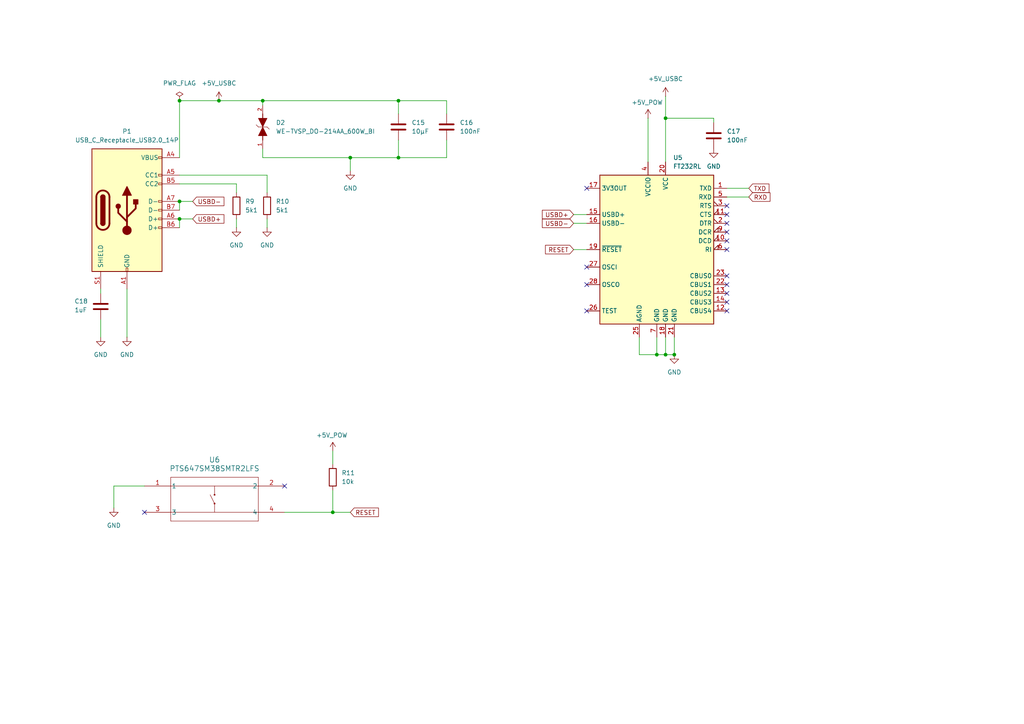
<source format=kicad_sch>
(kicad_sch (version 20231120) (generator "eeschema") (generator_version "8.0")
  (paper "A4")
  (lib_symbols
    (symbol "Connector:USB_C_Receptacle_USB2.0_14P" (pin_names (offset 1.016))
      (property "Reference" "J" (at 0 22.225 0))
      (property "Value" "USB_C_Receptacle_USB2.0_14P" (at 0 19.685 0))
      (symbol "USB_C_Receptacle_USB2.0_14P_0_0"
        (rectangle (start -0.254 -17.78) (end 0.254 -16.764))
        (rectangle (start 10.16 -4.826) (end 9.144 -5.334))
        (rectangle (start 10.16 -2.286) (end 9.144 -2.794))
        (rectangle (start 10.16 0.254) (end 9.144 -0.254))
        (rectangle (start 10.16 2.794) (end 9.144 2.286))
        (rectangle (start 10.16 7.874) (end 9.144 7.366))
        (rectangle (start 10.16 10.414) (end 9.144 9.906))
        (rectangle (start 10.16 15.494) (end 9.144 14.986))
      )
      (symbol "USB_C_Receptacle_USB2.0_14P_0_1"
        (rectangle (start -10.16 17.78) (end 10.16 -17.78) (stroke (width 0.254)) (fill (type background)))
        (arc (start -8.89 -3.81) (mid -6.985 -5.7067) (end -5.08 -3.81) (stroke (width 0.508)))
        (arc (start -7.62 -3.81) (mid -6.985 -4.4423) (end -6.35 -3.81) (stroke (width 0.254)))
        (arc (start -7.62 -3.81) (mid -6.985 -4.4423) (end -6.35 -3.81) (stroke (width 0.254)) (fill (type outline)))
        (rectangle (start -7.62 -3.81) (end -6.35 3.81) (stroke (width 0.254)) (fill (type outline)))
        (arc (start -6.35 3.81) (mid -6.985 4.4423) (end -7.62 3.81) (stroke (width 0.254)))
        (arc (start -6.35 3.81) (mid -6.985 4.4423) (end -7.62 3.81) (stroke (width 0.254)) (fill (type outline)))
        (arc (start -5.08 3.81) (mid -6.985 5.7067) (end -8.89 3.81) (stroke (width 0.508)))
        (circle (center -2.54 1.143) (radius 0.635) (stroke (width 0.254)) (fill (type outline)))
        (circle (center 0 -5.842) (radius 1.27) (fill (type outline)))
        (polyline (pts (xy -8.89 -3.81) (xy -8.89 3.81)) (stroke (width 0.508)))
        (polyline (pts (xy -5.08 3.81) (xy -5.08 -3.81)) (stroke (width 0.508)))
        (polyline (pts (xy 0 -5.842) (xy 0 4.318)) (stroke (width 0.508)))
        (polyline (pts (xy 0 -3.302) (xy -2.54 -0.762) (xy -2.54 0.508)) (stroke (width 0.508)))
        (polyline (pts (xy 0 -2.032) (xy 2.54 0.508) (xy 2.54 1.778)) (stroke (width 0.508)))
        (polyline (pts (xy -1.27 4.318) (xy 0 6.858) (xy 1.27 4.318) (xy -1.27 4.318)) (stroke (width 0.254)) (fill (type outline)))
        (rectangle (start 1.905 1.778) (end 3.175 3.048) (stroke (width 0.254)) (fill (type outline)))
      )
      (symbol "USB_C_Receptacle_USB2.0_14P_1_1"
        (pin passive line (at 0 -22.86 90) (length 5.08) (name "GND") (number "A1"))
        (pin passive line (at 0 -22.86 90) (length 5.08) hide (name "GND") (number "A12"))
        (pin passive line (at 15.24 15.24 180) (length 5.08) (name "VBUS") (number "A4"))
        (pin bidirectional line (at 15.24 10.16 180) (length 5.08) (name "CC1") (number "A5"))
        (pin bidirectional line (at 15.24 -2.54 180) (length 5.08) (name "D+") (number "A6"))
        (pin bidirectional line (at 15.24 2.54 180) (length 5.08) (name "D-") (number "A7"))
        (pin passive line (at 15.24 15.24 180) (length 5.08) hide (name "VBUS") (number "A9"))
        (pin passive line (at 0 -22.86 90) (length 5.08) hide (name "GND") (number "B1"))
        (pin passive line (at 0 -22.86 90) (length 5.08) hide (name "GND") (number "B12"))
        (pin passive line (at 15.24 15.24 180) (length 5.08) hide (name "VBUS") (number "B4"))
        (pin bidirectional line (at 15.24 7.62 180) (length 5.08) (name "CC2") (number "B5"))
        (pin bidirectional line (at 15.24 -5.08 180) (length 5.08) (name "D+") (number "B6"))
        (pin bidirectional line (at 15.24 0 180) (length 5.08) (name "D-") (number "B7"))
        (pin passive line (at 15.24 15.24 180) (length 5.08) hide (name "VBUS") (number "B9"))
        (pin passive line (at -7.62 -22.86 90) (length 5.08) (name "SHIELD") (number "S1"))
      )
    )
    (symbol "Device:C" (pin_numbers hide) (pin_names (offset 0.254))
      (property "Reference" "C" (at 0.635 2.54 0))
      (property "Value" "C" (at 0.635 -2.54 0))
      (symbol "C_0_1"
        (polyline (pts (xy -2.032 -0.762) (xy 2.032 -0.762)) (stroke (width 0.508)))
        (polyline (pts (xy -2.032 0.762) (xy 2.032 0.762)) (stroke (width 0.508)))
      )
      (symbol "C_1_1"
        (pin passive line (at 0 3.81 270) (length 2.794) (name "~") (number "1"))
        (pin passive line (at 0 -3.81 90) (length 2.794) (name "~") (number "2"))
      )
    )
    (symbol "Device:R" (pin_numbers hide) (pin_names (offset 0))
      (property "Reference" "R" (at 2.032 0 90))
      (property "Value" "R" (at 0 0 90))
      (symbol "R_0_1"
        (rectangle (start -1.016 -2.54) (end 1.016 2.54) (stroke (width 0.254)))
      )
      (symbol "R_1_1"
        (pin passive line (at 0 3.81 270) (length 1.27) (name "~") (number "1"))
        (pin passive line (at 0 -3.81 90) (length 1.27) (name "~") (number "2"))
      )
    )
    (symbol "Imported_Component_Symbols:PTS647SM38SMTR2LFS" (pin_names (offset 0.254))
      (property "Reference" "U" (at 20.32 7.62 0))
      (property "Value" "PTS647SM38SMTR2LFS" (at 20.32 5.08 0))
      (symbol "PTS647SM38SMTR2LFS_0_1"
        (polyline (pts (xy 7.62 -10.16) (xy 33.02 -10.16)) (stroke (width 0.127)))
        (polyline (pts (xy 7.62 -7.62) (xy 33.02 -7.62)) (stroke (width 0.127)))
        (polyline (pts (xy 7.62 0) (xy 33.02 0)) (stroke (width 0.127)))
        (polyline (pts (xy 7.62 2.54) (xy 7.62 -10.16)) (stroke (width 0.127)))
        (polyline (pts (xy 20.32 -5.08) (xy 19.05 -2.54)) (stroke (width 0.127)))
        (polyline (pts (xy 20.32 -5.08) (xy 20.32 -7.62)) (stroke (width 0.127)))
        (polyline (pts (xy 20.32 0) (xy 20.32 -2.54)) (stroke (width 0.127)))
        (polyline (pts (xy 33.02 -10.16) (xy 33.02 2.54)) (stroke (width 0.127)))
        (polyline (pts (xy 33.02 2.54) (xy 7.62 2.54)) (stroke (width 0.127)))
        (circle (center 20.32 -5.08) (radius 0.127) (stroke (width 0.254)))
        (circle (center 20.32 -2.54) (radius 0.127) (stroke (width 0.254)))
        (pin unspecified line (at 0 0 0) (length 7.62) (name "1") (number "1"))
        (pin unspecified line (at 40.64 0 180) (length 7.62) (name "2") (number "2"))
        (pin unspecified line (at 0 -7.62 0) (length 7.62) (name "3") (number "3"))
        (pin unspecified line (at 40.64 -7.62 180) (length 7.62) (name "4") (number "4"))
      )
    )
    (symbol "Imported_Component_Symbols:WE-TVSP_DO-214AA_600W_BI" (pin_names (offset 1.016))
      (property "Reference" "D" (at 1.27 2.54 0))
      (property "Value" "WE-TVSP_DO-214AA_600W_BI" (at -2.54 -3.81 0))
      (symbol "WE-TVSP_DO-214AA_600W_BI_0_0"
        (polyline (pts (xy -2.54 0) (xy -1.27 0)) (stroke (width 0.254)))
        (polyline (pts (xy -0.635 0) (xy -1.27 0)) (stroke (width 0.254)))
        (polyline (pts (xy 1.27 -1.27) (xy 0.635 -1.905)) (stroke (width 0.127)))
        (polyline (pts (xy 1.27 1.27) (xy 1.27 -1.27)) (stroke (width 0.127)))
        (polyline (pts (xy 1.905 1.905) (xy 1.27 1.27)) (stroke (width 0.127)))
        (polyline (pts (xy 3.175 0) (xy 3.81 0)) (stroke (width 0.254)))
        (polyline (pts (xy 5.08 0) (xy 3.81 0)) (stroke (width 0.254)))
        (polyline (pts (xy -1.27 1.27) (xy -1.27 -1.27) (xy 1.27 0) (xy -1.27 1.27)) (stroke (width 0.127)) (fill (type outline)))
        (polyline (pts (xy 3.81 -1.27) (xy 3.81 1.27) (xy 1.27 0) (xy 3.81 -1.27)) (stroke (width 0.127)) (fill (type outline)))
        (pin passive line (at -5.08 0 0) (length 2.54) (name "~") (number "1"))
        (pin passive line (at 7.62 0 180) (length 2.54) (name "~") (number "2"))
      )
    )
    (symbol "Interface_USB:FT232RL"
      (property "Reference" "U" (at -16.51 22.86 0))
      (property "Value" "FT232RL" (at 10.16 22.86 0))
      (symbol "FT232RL_0_1"
        (rectangle (start -16.51 21.59) (end 16.51 -21.59) (stroke (width 0.254)) (fill (type background)))
      )
      (symbol "FT232RL_1_1"
        (pin output line (at 20.32 17.78 180) (length 3.81) (name "TXD") (number "1"))
        (pin input input_low (at 20.32 2.54 180) (length 3.81) (name "DCD") (number "10"))
        (pin input input_low (at 20.32 10.16 180) (length 3.81) (name "CTS") (number "11"))
        (pin bidirectional line (at 20.32 -17.78 180) (length 3.81) (name "CBUS4") (number "12"))
        (pin bidirectional line (at 20.32 -12.7 180) (length 3.81) (name "CBUS2") (number "13"))
        (pin bidirectional line (at 20.32 -15.24 180) (length 3.81) (name "CBUS3") (number "14"))
        (pin bidirectional line (at -20.32 10.16 0) (length 3.81) (name "USBD+") (number "15"))
        (pin bidirectional line (at -20.32 7.62 0) (length 3.81) (name "USBD-") (number "16"))
        (pin power_out line (at -20.32 17.78 0) (length 3.81) (name "3V3OUT") (number "17"))
        (pin power_in line (at 2.54 -25.4 90) (length 3.81) (name "GND") (number "18"))
        (pin input line (at -20.32 0 0) (length 3.81) (name "~{RESET}") (number "19"))
        (pin output output_low (at 20.32 7.62 180) (length 3.81) (name "DTR") (number "2"))
        (pin power_in line (at 2.54 25.4 270) (length 3.81) (name "VCC") (number "20"))
        (pin power_in line (at 5.08 -25.4 90) (length 3.81) (name "GND") (number "21"))
        (pin bidirectional line (at 20.32 -10.16 180) (length 3.81) (name "CBUS1") (number "22"))
        (pin bidirectional line (at 20.32 -7.62 180) (length 3.81) (name "CBUS0") (number "23"))
        (pin power_in line (at -5.08 -25.4 90) (length 3.81) (name "AGND") (number "25"))
        (pin input line (at -20.32 -17.78 0) (length 3.81) (name "TEST") (number "26"))
        (pin input line (at -20.32 -5.08 0) (length 3.81) (name "OSCI") (number "27"))
        (pin output line (at -20.32 -10.16 0) (length 3.81) (name "OSCO") (number "28"))
        (pin output output_low (at 20.32 12.7 180) (length 3.81) (name "RTS") (number "3"))
        (pin power_in line (at -2.54 25.4 270) (length 3.81) (name "VCCIO") (number "4"))
        (pin input line (at 20.32 15.24 180) (length 3.81) (name "RXD") (number "5"))
        (pin input input_low (at 20.32 0 180) (length 3.81) (name "RI") (number "6"))
        (pin power_in line (at 0 -25.4 90) (length 3.81) (name "GND") (number "7"))
        (pin input input_low (at 20.32 5.08 180) (length 3.81) (name "DCR") (number "9"))
      )
    )
    (symbol "power:+5C" (power) (pin_numbers hide) (pin_names (offset 0) hide)
      (property "Value" "+5C" (at 0 3.556 0))
      (symbol "+5C_0_1"
        (polyline (pts (xy -0.762 1.27) (xy 0 2.54)))
        (polyline (pts (xy 0 0) (xy 0 2.54)))
        (polyline (pts (xy 0 2.54) (xy 0.762 1.27)))
      )
      (symbol "+5C_1_1"
        (pin power_in line (at 0 0 90) (length 0) (name "~") (number "1"))
      )
    )
    (symbol "power:+5VP" (power) (pin_numbers hide) (pin_names (offset 0) hide)
      (property "Value" "+5VP" (at 0 3.556 0))
      (symbol "+5VP_0_1"
        (polyline (pts (xy -0.762 1.27) (xy 0 2.54)))
        (polyline (pts (xy 0 0) (xy 0 2.54)))
        (polyline (pts (xy 0 2.54) (xy 0.762 1.27)))
      )
      (symbol "+5VP_1_1"
        (pin power_in line (at 0 0 90) (length 0) (name "~") (number "1"))
      )
    )
    (symbol "power:GND" (power) (pin_numbers hide) (pin_names (offset 0) hide)
      (property "Value" "GND" (at 0 -3.81 0))
      (symbol "GND_0_1"
        (polyline (pts (xy 0 0) (xy 0 -1.27) (xy 1.27 -1.27) (xy 0 -2.54) (xy -1.27 -1.27) (xy 0 -1.27)))
      )
      (symbol "GND_1_1"
        (pin power_in line (at 0 0 270) (length 0) (name "~") (number "1"))
      )
    )
    (symbol "power:PWR_FLAG" (power) (pin_numbers hide) (pin_names (offset 0) hide)
      (property "Value" "PWR_FLAG" (at 0 3.81 0))
      (symbol "PWR_FLAG_0_0"
        (pin power_out line (at 0 0 90) (length 0) (name "~") (number "1"))
      )
      (symbol "PWR_FLAG_0_1"
        (polyline (pts (xy 0 0) (xy 0 1.27) (xy -1.016 1.905) (xy 0 2.54) (xy 1.016 1.905) (xy 0 1.27)))
      )
    )
  )
  (junction (at 190.5 102.87))
  (junction (at 101.6 45.72))
  (junction (at 115.57 45.72))
  (junction (at 115.57 29.21))
  (junction (at 76.2 29.21))
  (junction (at 52.07 29.21))
  (junction (at 52.07 58.42))
  (junction (at 96.52 148.59))
  (junction (at 63.5 29.21))
  (junction (at 193.04 34.29))
  (junction (at 195.58 102.87))
  (junction (at 193.04 102.87))
  (junction (at 52.07 63.5))
  (no_connect (at 210.82 72.39))
  (no_connect (at 170.18 82.55))
  (no_connect (at 210.82 67.31))
  (no_connect (at 41.91 148.59))
  (no_connect (at 210.82 59.69))
  (no_connect (at 210.82 87.63))
  (no_connect (at 210.82 62.23))
  (no_connect (at 170.18 77.47))
  (no_connect (at 210.82 85.09))
  (no_connect (at 210.82 80.01))
  (no_connect (at 210.82 69.85))
  (no_connect (at 170.18 90.17))
  (no_connect (at 82.55 140.97))
  (no_connect (at 170.18 54.61))
  (no_connect (at 210.82 90.17))
  (no_connect (at 210.82 64.77))
  (no_connect (at 210.82 82.55))
  (wire (pts (xy 76.2 29.21) (xy 115.57 29.21)))
  (wire (pts (xy 82.55 148.59) (xy 96.52 148.59)))
  (wire (pts (xy 63.5 29.21) (xy 76.2 29.21)))
  (wire (pts (xy 96.52 148.59) (xy 101.6 148.59)))
  (wire (pts (xy 217.17 57.15) (xy 210.82 57.15)))
  (wire (pts (xy 29.21 92.71) (xy 29.21 97.79)))
  (wire (pts (xy 52.07 53.34) (xy 68.58 53.34)))
  (wire (pts (xy 115.57 45.72) (xy 115.57 40.64)))
  (wire (pts (xy 77.47 50.8) (xy 77.47 55.88)))
  (wire (pts (xy 96.52 142.24) (xy 96.52 148.59)))
  (wire (pts (xy 166.37 64.77) (xy 170.18 64.77)))
  (wire (pts (xy 207.01 35.56) (xy 207.01 34.29)))
  (wire (pts (xy 129.54 29.21) (xy 115.57 29.21)))
  (wire (pts (xy 77.47 63.5) (xy 77.47 66.04)))
  (wire (pts (xy 129.54 45.72) (xy 115.57 45.72)))
  (wire (pts (xy 166.37 62.23) (xy 170.18 62.23)))
  (wire (pts (xy 190.5 97.79) (xy 190.5 102.87)))
  (wire (pts (xy 52.07 58.42) (xy 55.88 58.42)))
  (wire (pts (xy 129.54 33.02) (xy 129.54 29.21)))
  (wire (pts (xy 115.57 33.02) (xy 115.57 29.21)))
  (wire (pts (xy 193.04 102.87) (xy 195.58 102.87)))
  (wire (pts (xy 68.58 53.34) (xy 68.58 55.88)))
  (wire (pts (xy 185.42 102.87) (xy 190.5 102.87)))
  (wire (pts (xy 101.6 45.72) (xy 115.57 45.72)))
  (wire (pts (xy 52.07 63.5) (xy 52.07 66.04)))
  (wire (pts (xy 96.52 130.81) (xy 96.52 134.62)))
  (wire (pts (xy 36.83 83.82) (xy 36.83 97.79)))
  (wire (pts (xy 195.58 97.79) (xy 195.58 102.87)))
  (wire (pts (xy 33.02 140.97) (xy 33.02 147.32)))
  (wire (pts (xy 29.21 83.82) (xy 29.21 85.09)))
  (wire (pts (xy 187.96 46.99) (xy 187.96 34.29)))
  (wire (pts (xy 129.54 40.64) (xy 129.54 45.72)))
  (wire (pts (xy 52.07 58.42) (xy 52.07 60.96)))
  (wire (pts (xy 76.2 43.18) (xy 76.2 45.72)))
  (wire (pts (xy 101.6 45.72) (xy 101.6 49.53)))
  (wire (pts (xy 76.2 30.48) (xy 76.2 29.21)))
  (wire (pts (xy 166.37 72.39) (xy 170.18 72.39)))
  (wire (pts (xy 190.5 102.87) (xy 193.04 102.87)))
  (wire (pts (xy 193.04 34.29) (xy 193.04 46.99)))
  (wire (pts (xy 52.07 29.21) (xy 52.07 45.72)))
  (wire (pts (xy 193.04 97.79) (xy 193.04 102.87)))
  (wire (pts (xy 52.07 29.21) (xy 63.5 29.21)))
  (wire (pts (xy 55.88 63.5) (xy 52.07 63.5)))
  (wire (pts (xy 207.01 34.29) (xy 193.04 34.29)))
  (wire (pts (xy 185.42 97.79) (xy 185.42 102.87)))
  (wire (pts (xy 52.07 50.8) (xy 77.47 50.8)))
  (wire (pts (xy 33.02 140.97) (xy 41.91 140.97)))
  (wire (pts (xy 217.17 54.61) (xy 210.82 54.61)))
  (wire (pts (xy 68.58 63.5) (xy 68.58 66.04)))
  (wire (pts (xy 193.04 27.94) (xy 193.04 34.29)))
  (wire (pts (xy 76.2 45.72) (xy 101.6 45.72)))
  (global_label "RESET" (shape input) (at 101.6 148.59 0) (property "Intersheetrefs" "${INTERSHEET_REFS}" (effects (hide yes))))
  (global_label "USBD+" (shape input) (at 166.37 62.23 180) (property "Intersheetrefs" "${INTERSHEET_REFS}" (effects (hide yes))))
  (global_label "RXD" (shape input) (at 217.17 57.15 0) (property "Intersheetrefs" "${INTERSHEET_REFS}" (effects (hide yes))))
  (global_label "USBD+" (shape input) (at 55.88 63.5 0) (property "Intersheetrefs" "${INTERSHEET_REFS}" (effects (hide yes))))
  (global_label "USBD-" (shape input) (at 55.88 58.42 0) (property "Intersheetrefs" "${INTERSHEET_REFS}" (effects (hide yes))))
  (global_label "TXD" (shape input) (at 217.17 54.61 0) (property "Intersheetrefs" "${INTERSHEET_REFS}" (effects (hide yes))))
  (global_label "USBD-" (shape input) (at 166.37 64.77 180) (property "Intersheetrefs" "${INTERSHEET_REFS}" (effects (hide yes))))
  (global_label "RESET" (shape input) (at 166.37 72.39 180) (property "Intersheetrefs" "${INTERSHEET_REFS}" (effects (hide yes))))
  (symbol (lib_id "Imported_Component_Symbols:WE-TVSP_DO-214AA_600W_BI") (at 76.2 38.1 90) (unit 1)
    (property "Reference" "D2" (at 80.01 35.5599 90) (effects (justify right)))
    (property "Value" "WE-TVSP_DO-214AA_600W_BI" (at 80.01 38.0999 90) (effects (justify right)))
    (property "Footprint" "Imported_Component_Footprints:824521241" (effects (hide yes)))
  )
  (symbol (lib_id "Device:C") (at 207.01 39.37 0) (unit 1)
    (property "Reference" "C17" (at 210.82 38.0999 0) (effects (justify left)))
    (property "Value" "100nF" (at 210.82 40.6399 0) (effects (justify left)))
    (property "Footprint" "Capacitor_SMD:C_0402_1005Metric_Pad0.74x0.62mm_HandSolder" (effects (hide yes)))
    (property "Description" "Unpolarized capacitor" (effects (hide yes)))
  )
  (symbol (lib_id "Device:R") (at 68.58 59.69 0) (unit 1)
    (property "Reference" "R9" (at 71.12 58.4199 0) (effects (justify left)))
    (property "Value" "5k1" (at 71.12 60.9599 0) (effects (justify left)))
    (property "Footprint" "Resistor_SMD:R_0402_1005Metric" (effects (hide yes)))
    (property "Description" "Resistor" (effects (hide yes)))
  )
  (symbol (lib_id "power:GND") (at 68.58 66.04 0) (unit 1)
    (property "Reference" "#PWR027" (effects (hide yes)))
    (property "Value" "GND" (at 68.58 71.12 0))
    (property "Description" "Power symbol creates a global label with name \"GND\" , ground" (effects (hide yes)))
  )
  (symbol (lib_id "power:+5C") (at 193.04 27.94 0) (unit 1)
    (property "Reference" "#PWR023" (effects (hide yes)))
    (property "Value" "+5V_USBC" (at 193.04 22.86 0))
    (property "Description" "Power symbol creates a global label with name \"+5C\"" (effects (hide yes)))
  )
  (symbol (lib_id "power:+5VP") (at 187.96 34.29 0) (unit 1)
    (property "Reference" "#PWR025" (effects (hide yes)))
    (property "Value" "+5V_POW" (at 187.706 29.718 0))
    (property "Description" "Power symbol creates a global label with name \"+5VP\"" (effects (hide yes)))
  )
  (symbol (lib_id "Device:C") (at 29.21 88.9 0) (unit 1)
    (property "Reference" "C18" (at 21.59 87.376 0) (effects (justify left)))
    (property "Value" "1uF" (at 21.59 89.916 0) (effects (justify left)))
    (property "Footprint" "Capacitor_SMD:C_0805_2012Metric_Pad1.18x1.45mm_HandSolder" (effects (hide yes)))
    (property "Description" "Unpolarized capacitor" (effects (hide yes)))
  )
  (symbol (lib_id "power:GND") (at 77.47 66.04 0) (unit 1)
    (property "Reference" "#PWR028" (effects (hide yes)))
    (property "Value" "GND" (at 77.47 71.12 0))
    (property "Description" "Power symbol creates a global label with name \"GND\" , ground" (effects (hide yes)))
  )
  (symbol (lib_id "power:GND") (at 33.02 147.32 0) (unit 1)
    (property "Reference" "#PWR033" (effects (hide yes)))
    (property "Value" "GND" (at 33.02 152.4 0))
    (property "Description" "Power symbol creates a global label with name \"GND\" , ground" (effects (hide yes)))
  )
  (symbol (lib_id "power:+5VP") (at 96.52 130.81 0) (unit 1)
    (property "Reference" "#PWR031" (effects (hide yes)))
    (property "Value" "+5V_POW" (at 96.266 126.238 0))
    (property "Description" "Power symbol creates a global label with name \"+5VP\"" (effects (hide yes)))
  )
  (symbol (lib_id "power:+5C") (at 63.5 29.21 0) (unit 1)
    (property "Reference" "#PWR022" (effects (hide yes)))
    (property "Value" "+5V_USBC" (at 63.5 24.13 0))
    (property "Description" "Power symbol creates a global label with name \"+5C\"" (effects (hide yes)))
  )
  (symbol (lib_id "power:GND") (at 207.01 43.18 0) (unit 1)
    (property "Reference" "#PWR026" (effects (hide yes)))
    (property "Value" "GND" (at 207.01 48.26 0))
    (property "Description" "Power symbol creates a global label with name \"GND\" , ground" (effects (hide yes)))
  )
  (symbol (lib_id "power:PWR_FLAG") (at 52.07 29.21 0) (unit 1)
    (property "Reference" "#FLG06" (effects (hide yes)))
    (property "Value" "PWR_FLAG" (at 52.07 24.13 0))
    (property "Description" "Special symbol for telling ERC where power comes from" (effects (hide yes)))
  )
  (symbol (lib_id "power:GND") (at 36.83 97.79 0) (unit 1)
    (property "Reference" "#PWR029" (effects (hide yes)))
    (property "Value" "GND" (at 36.83 102.87 0))
    (property "Description" "Power symbol creates a global label with name \"GND\" , ground" (effects (hide yes)))
  )
  (symbol (lib_id "Device:R") (at 96.52 138.43 0) (unit 1)
    (property "Reference" "R11" (at 99.06 137.1599 0) (effects (justify left)))
    (property "Value" "10k" (at 99.06 139.6999 0) (effects (justify left)))
    (property "Footprint" "Resistor_SMD:R_0402_1005Metric" (effects (hide yes)))
    (property "Description" "Resistor" (effects (hide yes)))
  )
  (symbol (lib_id "Interface_USB:FT232RL") (at 190.5 72.39 0) (unit 1)
    (property "Reference" "U5" (at 195.2341 45.72 0) (effects (justify left)))
    (property "Value" "FT232RL" (at 195.2341 48.26 0) (effects (justify left)))
    (property "Footprint" "Package_SO:SSOP-28_5.3x10.2mm_P0.65mm" (effects (hide yes)))
    (property "Datasheet" "https://www.ftdichip.com/Support/Documents/DataSheets/ICs/DS_FT232R.pdf" (effects (hide yes)))
    (property "Description" "USB to Serial Interface, SSOP-28" (effects (hide yes)))
  )
  (symbol (lib_id "Imported_Component_Symbols:PTS647SM38SMTR2LFS") (at 41.91 140.97 0) (unit 1)
    (property "Reference" "U6" (at 62.23 133.35 0) (effects (font (size 1.524 1.524))))
    (property "Value" "PTS647SM38SMTR2LFS" (at 62.23 135.89 0) (effects (font (size 1.524 1.524))))
    (property "Footprint" "Imported_Component_Footprints:SW_PTS647SM38SMTR2LFS_CNK" (effects (hide yes)))
    (property "Datasheet" "PTS647SM38SMTR2LFS" (effects (hide yes)))
  )
  (symbol (lib_id "power:GND") (at 29.21 97.79 0) (unit 1)
    (property "Reference" "#PWR030" (effects (hide yes)))
    (property "Value" "GND" (at 29.21 102.87 0))
    (property "Description" "Power symbol creates a global label with name \"GND\" , ground" (effects (hide yes)))
  )
  (symbol (lib_id "Device:R") (at 77.47 59.69 0) (unit 1)
    (property "Reference" "R10" (at 80.01 58.4199 0) (effects (justify left)))
    (property "Value" "5k1" (at 80.01 60.9599 0) (effects (justify left)))
    (property "Footprint" "Resistor_SMD:R_0402_1005Metric" (effects (hide yes)))
    (property "Description" "Resistor" (effects (hide yes)))
  )
  (symbol (lib_id "Connector:USB_C_Receptacle_USB2.0_14P") (at 36.83 60.96 0) (unit 1)
    (property "Reference" "P1" (at 36.83 38.1 0))
    (property "Value" "USB_C_Receptacle_USB2.0_14P" (at 36.83 40.64 0))
    (property "Footprint" "Connector_USB:USB_C_Receptacle_GCT_USB4085" (effects (hide yes)))
    (property "Datasheet" "https://www.usb.org/sites/default/files/documents/usb_type-c.zip" (effects (hide yes)))
    (property "Description" "USB 2.0-only 14P Type-C Receptacle connector" (effects (hide yes)))
  )
  (symbol (lib_id "power:GND") (at 195.58 102.87 0) (unit 1)
    (property "Reference" "#PWR032" (effects (hide yes)))
    (property "Value" "GND" (at 195.58 107.95 0))
    (property "Description" "Power symbol creates a global label with name \"GND\" , ground" (effects (hide yes)))
  )
  (symbol (lib_id "Device:C") (at 129.54 36.83 0) (unit 1)
    (property "Reference" "C16" (at 133.35 35.5599 0) (effects (justify left)))
    (property "Value" "100nF" (at 133.35 38.0999 0) (effects (justify left)))
    (property "Footprint" "Capacitor_SMD:C_0402_1005Metric_Pad0.74x0.62mm_HandSolder" (effects (hide yes)))
    (property "Description" "Unpolarized capacitor" (effects (hide yes)))
  )
  (symbol (lib_id "power:GND") (at 101.6 49.53 0) (unit 1)
    (property "Reference" "#PWR024" (effects (hide yes)))
    (property "Value" "GND" (at 101.6 54.61 0))
    (property "Description" "Power symbol creates a global label with name \"GND\" , ground" (effects (hide yes)))
  )
  (symbol (lib_id "Device:C") (at 115.57 36.83 0) (unit 1)
    (property "Reference" "C15" (at 119.38 35.5599 0) (effects (justify left)))
    (property "Value" "10µF" (at 119.38 38.0999 0) (effects (justify left)))
    (property "Footprint" "Capacitor_SMD:C_0805_2012Metric_Pad1.18x1.45mm_HandSolder" (effects (hide yes)))
    (property "Description" "Unpolarized capacitor" (effects (hide yes)))
  )
)
</source>
